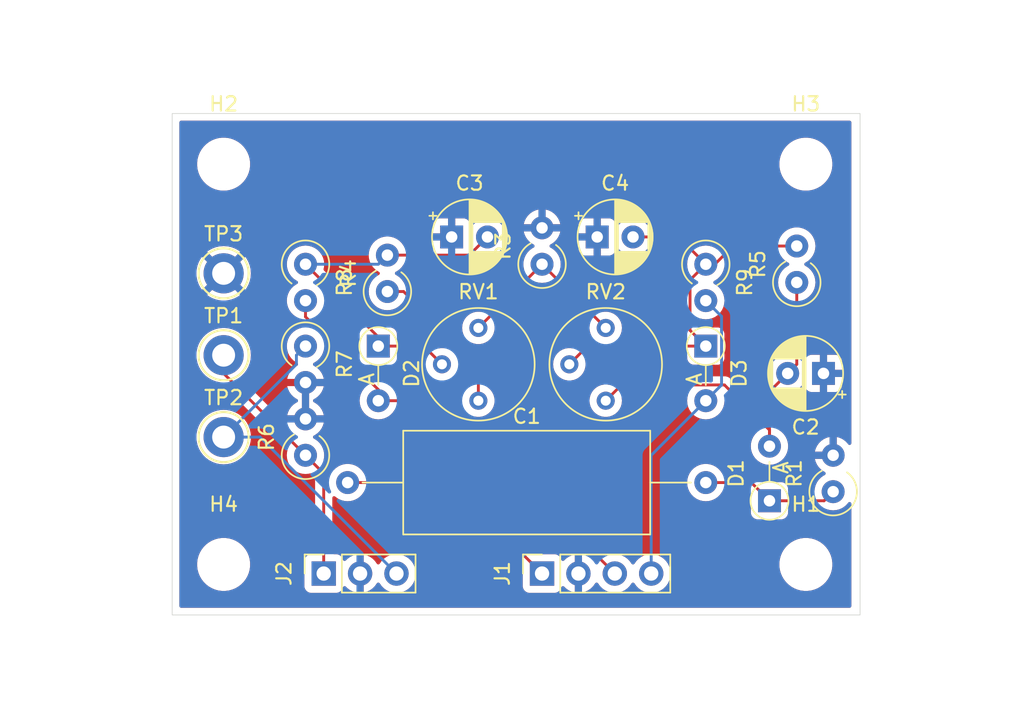
<source format=kicad_pcb>
(kicad_pcb (version 20240108) (generator "pcbnew") (generator_version "8.0")
  (layers (0 "F.Cu" signal) (31 "B.Cu" signal) (34 "B.Paste" user) (35 "F.Paste" user) (36 "B.SilkS" user "B.Silkscreen") (37 "F.SilkS" user "F.Silkscreen") (38 "B.Mask" user) (39 "F.Mask" user) (44 "Edge.Cuts" user))
  (net 0 "")
  (net 1 "Net-(J1-Pin_1)")
  (net 2 "Net-(D1-K)")
  (net 3 "Net-(D1-A)")
  (net 4 "Earth")
  (net 5 "Net-(D2-K)")
  (net 6 "Net-(D3-K)")
  (net 7 "Net-(J2-Pin_1)")
  (net 8 "Net-(J2-Pin_3)")
  (net 9 "Net-(R3-Pad1)")
  (net 10 "Net-(D2-A)")
  (net 11 "Net-(D3-A)")
  (footprint "Diode_THT:D_DO-35_SOD27_P3.81mm_Vertical_AnodeUp" (layer "F.Cu") (at 227.33 102.235 -90)
    (property "Reference" "D3" (at 1.905 -2.326371 90) (layer "F.SilkS"))
    (property "Value" "UF4007")
    (fp_text user "A" (at 2.31 0.8 90) (layer "F.SilkS"))
    (pad "1" thru_hole rect (at 0 0 270) (size 1.6 1.6) (drill 0.8) (layers "*.Cu" "*.Mask") (net 6 "Net-(D3-K)"))
    (pad "2" thru_hole oval (at 3.81 0 270) (size 1.6 1.6) (drill 0.8) (layers "*.Cu" "*.Mask") (net 11 "Net-(D3-A)"))
  )
  (footprint "Resistor_THT:R_Axial_DIN0309_L9.0mm_D3.2mm_P2.54mm_Vertical" (layer "F.Cu") (at 199.39 102.235 -90)
    (property "Reference" "R7" (at 1.27 -2.72 90) (layer "F.SilkS"))
    (property "Value" "1r 1%")
    (pad "1" thru_hole circle (at 0 0 270) (size 1.6 1.6) (drill 0.8) (layers "*.Cu" "*.Mask") (net 8 "Net-(J2-Pin_3)"))
    (pad "2" thru_hole oval (at 2.54 0 270) (size 1.6 1.6) (drill 0.8) (layers "*.Cu" "*.Mask") (net 4 "Earth"))
  )
  (footprint "Resistor_THT:R_Axial_DIN0309_L9.0mm_D3.2mm_P2.54mm_Vertical" (layer "F.Cu") (at 199.39 96.52 -90)
    (property "Reference" "R8" (at 1.27 -2.72 90) (layer "F.SilkS"))
    (property "Value" "100k")
    (pad "1" thru_hole circle (at 0 0 270) (size 1.6 1.6) (drill 0.8) (layers "*.Cu" "*.Mask") (net 5 "Net-(D2-K)"))
    (pad "2" thru_hole oval (at 2.54 0 270) (size 1.6 1.6) (drill 0.8) (layers "*.Cu" "*.Mask") (net 10 "Net-(D2-A)"))
  )
  (footprint "Resistor_THT:R_Axial_DIN0309_L9.0mm_D3.2mm_P2.54mm_Vertical" (layer "F.Cu") (at 205.105 98.425 90)
    (property "Reference" "R4" (at 1.27 -2.72 90) (layer "F.SilkS"))
    (property "Value" "100k")
    (pad "1" thru_hole circle (at 0 0 90) (size 1.6 1.6) (drill 0.8) (layers "*.Cu" "*.Mask") (net 3 "Net-(D1-A)"))
    (pad "2" thru_hole oval (at 2.54 0 90) (size 1.6 1.6) (drill 0.8) (layers "*.Cu" "*.Mask") (net 5 "Net-(D2-K)"))
  )
  (footprint "Diode_THT:D_DO-35_SOD27_P3.81mm_Vertical_AnodeUp" (layer "F.Cu") (at 231.775 113.03 90)
    (property "Reference" "D1" (at 1.905 -2.326371 90) (layer "F.SilkS"))
    (property "Value" "UF4007")
    (fp_text user "A" (at 2.31 0.8 90) (layer "F.SilkS"))
    (pad "1" thru_hole rect (at 0 0 90) (size 1.6 1.6) (drill 0.8) (layers "*.Cu" "*.Mask") (net 2 "Net-(D1-K)"))
    (pad "2" thru_hole oval (at 3.81 0 90) (size 1.6 1.6) (drill 0.8) (layers "*.Cu" "*.Mask") (net 3 "Net-(D1-A)"))
  )
  (footprint "Resistor_THT:R_Axial_DIN0309_L9.0mm_D3.2mm_P2.54mm_Vertical" (layer "F.Cu") (at 215.9 96.52 90)
    (property "Reference" "R3" (at 1.27 -2.72 90) (layer "F.SilkS"))
    (property "Value" "10k")
    (pad "1" thru_hole circle (at 0 0 90) (size 1.6 1.6) (drill 0.8) (layers "*.Cu" "*.Mask") (net 9 "Net-(R3-Pad1)"))
    (pad "2" thru_hole oval (at 2.54 0 90) (size 1.6 1.6) (drill 0.8) (layers "*.Cu" "*.Mask") (net 4 "Earth"))
  )
  (footprint "MountingHole:MountingHole_3.2mm_M3" (layer "F.Cu") (at 193.675 117.475)
    (property "Reference" "H4" (at 0 -4.2 0) (layer "F.SilkS"))
    (property "Value" "MountingHole")
    (pad "" np_thru_hole circle (at 0 0) (size 3.2 3.2) (drill 3.2) (layers "*.Cu" "*.Mask"))
  )
  (footprint "MountingHole:MountingHole_3.2mm_M3" (layer "F.Cu") (at 234.315 89.535)
    (property "Reference" "H3" (at 0 -4.2 0) (layer "F.SilkS"))
    (property "Value" "MountingHole")
    (pad "" np_thru_hole circle (at 0 0) (size 3.2 3.2) (drill 3.2) (layers "*.Cu" "*.Mask"))
  )
  (footprint "Connector_PinSocket_2.54mm:PinSocket_1x03_P2.54mm_Vertical" (layer "F.Cu") (at 200.66 118.11 90)
    (property "Reference" "J2" (at 0 -2.77 90) (layer "F.SilkS"))
    (property "Value" "Conn_01x03_Socket")
    (pad "1" thru_hole rect (at 0 0 90) (size 1.7 1.7) (drill 1) (layers "*.Cu" "*.Mask") (net 7 "Net-(J2-Pin_1)"))
    (pad "2" thru_hole oval (at 0 2.54 90) (size 1.7 1.7) (drill 1) (layers "*.Cu" "*.Mask") (net 4 "Earth"))
    (pad "3" thru_hole oval (at 0 5.08 90) (size 1.7 1.7) (drill 1) (layers "*.Cu" "*.Mask") (net 8 "Net-(J2-Pin_3)"))
  )
  (footprint "MountingHole:MountingHole_3.2mm_M3" (layer "F.Cu") (at 234.315 117.475)
    (property "Reference" "H1" (at 0 -4.2 0) (layer "F.SilkS"))
    (property "Value" "MountingHole")
    (pad "" np_thru_hole circle (at 0 0) (size 3.2 3.2) (drill 3.2) (layers "*.Cu" "*.Mask"))
  )
  (footprint "Capacitor_THT:CP_Radial_D5.0mm_P2.50mm" (layer "F.Cu") (at 209.59 94.615)
    (property "Reference" "C3" (at 1.25 -3.75 0) (layer "F.SilkS"))
    (property "Value" "10u")
    (pad "1" thru_hole rect (at 0 0) (size 1.6 1.6) (drill 0.8) (layers "*.Cu" "*.Mask") (net 4 "Earth"))
    (pad "2" thru_hole circle (at 2.5 0) (size 1.6 1.6) (drill 0.8) (layers "*.Cu" "*.Mask") (net 5 "Net-(D2-K)"))
  )
  (footprint "Resistor_THT:R_Axial_DIN0309_L9.0mm_D3.2mm_P2.54mm_Vertical" (layer "F.Cu") (at 236.22 112.395 90)
    (property "Reference" "R1" (at 1.27 -2.72 90) (layer "F.SilkS"))
    (property "Value" "47k")
    (pad "1" thru_hole circle (at 0 0 90) (size 1.6 1.6) (drill 0.8) (layers "*.Cu" "*.Mask") (net 2 "Net-(D1-K)"))
    (pad "2" thru_hole oval (at 2.54 0 90) (size 1.6 1.6) (drill 0.8) (layers "*.Cu" "*.Mask") (net 4 "Earth"))
  )
  (footprint "Diode_THT:D_DO-35_SOD27_P3.81mm_Vertical_AnodeUp" (layer "F.Cu") (at 204.47 102.235 -90)
    (property "Reference" "D2" (at 1.905 -2.326371 90) (layer "F.SilkS"))
    (property "Value" "UF4007")
    (fp_text user "A" (at 2.31 0.8 90) (layer "F.SilkS"))
    (pad "1" thru_hole rect (at 0 0 270) (size 1.6 1.6) (drill 0.8) (layers "*.Cu" "*.Mask") (net 5 "Net-(D2-K)"))
    (pad "2" thru_hole oval (at 3.81 0 270) (size 1.6 1.6) (drill 0.8) (layers "*.Cu" "*.Mask") (net 10 "Net-(D2-A)"))
  )
  (footprint "Resistor_THT:R_Axial_DIN0309_L9.0mm_D3.2mm_P2.54mm_Vertical" (layer "F.Cu") (at 227.33 96.52 -90)
    (property "Reference" "R9" (at 1.27 -2.72 90) (layer "F.SilkS"))
    (property "Value" "100k")
    (pad "1" thru_hole circle (at 0 0 270) (size 1.6 1.6) (drill 0.8) (layers "*.Cu" "*.Mask") (net 6 "Net-(D3-K)"))
    (pad "2" thru_hole oval (at 2.54 0 270) (size 1.6 1.6) (drill 0.8) (layers "*.Cu" "*.Mask") (net 11 "Net-(D3-A)"))
  )
  (footprint "Capacitor_THT:CP_Radial_D5.0mm_P2.50mm" (layer "F.Cu") (at 235.545 104.14 180)
    (property "Reference" "C2" (at 1.25 -3.75 0) (layer "F.SilkS"))
    (property "Value" "10u")
    (pad "1" thru_hole rect (at 0 0 180) (size 1.6 1.6) (drill 0.8) (layers "*.Cu" "*.Mask") (net 4 "Earth"))
    (pad "2" thru_hole circle (at 2.5 0 180) (size 1.6 1.6) (drill 0.8) (layers "*.Cu" "*.Mask") (net 3 "Net-(D1-A)"))
  )
  (footprint "Capacitor_THT:CP_Radial_D5.0mm_P2.50mm" (layer "F.Cu") (at 219.75 94.615)
    (property "Reference" "C4" (at 1.25 -3.75 0) (layer "F.SilkS"))
    (property "Value" "10u")
    (pad "1" thru_hole rect (at 0 0) (size 1.6 1.6) (drill 0.8) (layers "*.Cu" "*.Mask") (net 4 "Earth"))
    (pad "2" thru_hole circle (at 2.5 0) (size 1.6 1.6) (drill 0.8) (layers "*.Cu" "*.Mask") (net 6 "Net-(D3-K)"))
  )
  (footprint "Potentiometer_THT:Potentiometer_Bourns_3339P_Vertical" (layer "F.Cu") (at 211.455 106.045)
    (property "Reference" "RV1" (at 0 -7.6 0) (layer "F.SilkS"))
    (property "Value" "47k")
    (pad "1" thru_hole circle (at 0 0) (size 1.26 1.26) (drill 0.7) (layers "*.Cu" "*.Mask") (net 3 "Net-(D1-A)"))
    (pad "2" thru_hole circle (at -2.54 -2.54) (size 1.26 1.26) (drill 0.7) (layers "*.Cu" "*.Mask") (net 5 "Net-(D2-K)"))
    (pad "3" thru_hole circle (at 0 -5.08) (size 1.26 1.26) (drill 0.7) (layers "*.Cu" "*.Mask") (net 9 "Net-(R3-Pad1)"))
  )
  (footprint "Resistor_THT:R_Axial_DIN0309_L9.0mm_D3.2mm_P2.54mm_Vertical" (layer "F.Cu") (at 199.39 109.855 90)
    (property "Reference" "R6" (at 1.27 -2.72 90) (layer "F.SilkS"))
    (property "Value" "1r 1%")
    (pad "1" thru_hole circle (at 0 0 90) (size 1.6 1.6) (drill 0.8) (layers "*.Cu" "*.Mask") (net 7 "Net-(J2-Pin_1)"))
    (pad "2" thru_hole oval (at 2.54 0 90) (size 1.6 1.6) (drill 0.8) (layers "*.Cu" "*.Mask") (net 4 "Earth"))
  )
  (footprint "TestPoint:TestPoint_Keystone_5005-5009_Compact" (layer "F.Cu") (at 193.675 97.155)
    (property "Reference" "TP3" (at 0 -2.75 0) (layer "F.SilkS"))
    (property "Value" "TestPoint")
    (pad "1" thru_hole circle (at 0 0) (size 2.8 2.8) (drill 1.6) (layers "*.Cu" "*.Mask") (net 4 "Earth"))
  )
  (footprint "MountingHole:MountingHole_3.2mm_M3" (layer "F.Cu") (at 193.675 89.535)
    (property "Reference" "H2" (at 0 -4.2 0) (layer "F.SilkS"))
    (property "Value" "MountingHole")
    (pad "" np_thru_hole circle (at 0 0) (size 3.2 3.2) (drill 3.2) (layers "*.Cu" "*.Mask"))
  )
  (footprint "Connector_PinSocket_2.54mm:PinSocket_1x04_P2.54mm_Vertical" (layer "F.Cu") (at 215.9 118.11 90)
    (property "Reference" "J1" (at 0 -2.77 90) (layer "F.SilkS"))
    (property "Value" "Conn_01x04_Socket")
    (pad "1" thru_hole rect (at 0 0 90) (size 1.7 1.7) (drill 1) (layers "*.Cu" "*.Mask") (net 1 "Net-(J1-Pin_1)"))
    (pad "2" thru_hole oval (at 0 2.54 90) (size 1.7 1.7) (drill 1) (layers "*.Cu" "*.Mask") (net 4 "Earth"))
    (pad "3" thru_hole oval (at 0 5.08 90) (size 1.7 1.7) (drill 1) (layers "*.Cu" "*.Mask") (net 10 "Net-(D2-A)"))
    (pad "4" thru_hole oval (at 0 7.62 90) (size 1.7 1.7) (drill 1) (layers "*.Cu" "*.Mask") (net 11 "Net-(D3-A)"))
  )
  (footprint "TestPoint:TestPoint_Keystone_5005-5009_Compact" (layer "F.Cu") (at 193.675 102.87)
    (property "Reference" "TP1" (at 0 -2.75 0) (layer "F.SilkS"))
    (property "Value" "TestPoint")
    (pad "1" thru_hole circle (at 0 0) (size 2.8 2.8) (drill 1.6) (layers "*.Cu" "*.Mask") (net 7 "Net-(J2-Pin_1)"))
  )
  (footprint "TestPoint:TestPoint_Keystone_5005-5009_Compact" (layer "F.Cu") (at 193.675 108.585)
    (property "Reference" "TP2" (at 0 -2.75 0) (layer "F.SilkS"))
    (property "Value" "TestPoint")
    (pad "1" thru_hole circle (at 0 0) (size 2.8 2.8) (drill 1.6) (layers "*.Cu" "*.Mask") (net 8 "Net-(J2-Pin_3)"))
  )
  (footprint "Potentiometer_THT:Potentiometer_Bourns_3339P_Vertical" (layer "F.Cu") (at 220.345 106.045)
    (property "Reference" "RV2" (at 0 -7.6 0) (layer "F.SilkS"))
    (property "Value" "47k")
    (pad "1" thru_hole circle (at 0 0) (size 1.26 1.26) (drill 0.7) (layers "*.Cu" "*.Mask") (net 3 "Net-(D1-A)"))
    (pad "2" thru_hole circle (at -2.54 -2.54) (size 1.26 1.26) (drill 0.7) (layers "*.Cu" "*.Mask") (net 6 "Net-(D3-K)"))
    (pad "3" thru_hole circle (at 0 -5.08) (size 1.26 1.26) (drill 0.7) (layers "*.Cu" "*.Mask") (net 9 "Net-(R3-Pad1)"))
  )
  (footprint "Capacitor_THT:C_Axial_L17.0mm_D7.0mm_P25.00mm_Horizontal" (layer "F.Cu") (at 202.33 111.76)
    (property "Reference" "C1" (at 12.5 -4.62 0) (layer "F.SilkS"))
    (property "Value" "100n")
    (pad "1" thru_hole circle (at 0 0) (size 1.6 1.6) (drill 0.8) (layers "*.Cu" "*.Mask") (net 1 "Net-(J1-Pin_1)"))
    (pad "2" thru_hole oval (at 25 0) (size 1.6 1.6) (drill 0.8) (layers "*.Cu" "*.Mask") (net 2 "Net-(D1-K)"))
  )
  (footprint "Resistor_THT:R_Axial_DIN0309_L9.0mm_D3.2mm_P2.54mm_Vertical" (layer "F.Cu") (at 233.68 97.79 90)
    (property "Reference" "R5" (at 1.27 -2.72 90) (layer "F.SilkS"))
    (property "Value" "100k")
    (pad "1" thru_hole circle (at 0 0 90) (size 1.6 1.6) (drill 0.8) (layers "*.Cu" "*.Mask") (net 3 "Net-(D1-A)"))
    (pad "2" thru_hole oval (at 2.54 0 90) (size 1.6 1.6) (drill 0.8) (layers "*.Cu" "*.Mask") (net 6 "Net-(D3-K)"))
  )
  (gr_rect (start 190.085 86) (end 238.1 121) (stroke (width 0.05)) (fill none) (layer "Edge.Cuts"))
  (segment (start 209.55 111.76) (end 202.33 111.76) (width 0.2) (layer "F.Cu") (net 1))
  (segment (start 215.9 118.11) (end 209.55 111.76) (width 0.2) (layer "F.Cu") (net 1))
  (segment (start 230.505 111.76) (end 231.775 113.03) (width 0.2) (layer "F.Cu") (net 2))
  (segment (start 231.775 113.03) (end 235.585 113.03) (width 0.2) (layer "F.Cu") (net 2))
  (segment (start 227.33 111.76) (end 230.505 111.76) (width 0.2) (layer "F.Cu") (net 2))
  (segment (start 235.585 113.03) (end 236.22 112.395) (width 0.2) (layer "F.Cu") (net 2))
  (segment (start 221.445 104.945) (end 220.345 106.045) (width 0.2) (layer "F.Cu") (net 3))
  (segment (start 228.63137 104.945) (end 221.445 104.945) (width 0.2) (layer "F.Cu") (net 3))
  (segment (start 231.775 105.41) (end 233.045 104.14) (width 0.2) (layer "F.Cu") (net 3))
  (segment (start 233.68 103.505) (end 233.045 104.14) (width 0.2) (layer "F.Cu") (net 3))
  (segment (start 231.775 108.08863) (end 228.63137 104.945) (width 0.2) (layer "F.Cu") (net 3))
  (segment (start 233.68 97.79) (end 233.68 103.505) (width 0.2) (layer "F.Cu") (net 3))
  (segment (start 231.775 109.22) (end 231.775 108.08863) (width 0.2) (layer "F.Cu") (net 3))
  (segment (start 211.455 103.64363) (end 211.455 106.045) (width 0.2) (layer "F.Cu") (net 3))
  (segment (start 206.23637 98.425) (end 211.455 103.64363) (width 0.2) (layer "F.Cu") (net 3))
  (segment (start 231.775 109.22) (end 231.775 105.41) (width 0.2) (layer "F.Cu") (net 3))
  (segment (start 205.105 98.425) (end 206.23637 98.425) (width 0.2) (layer "F.Cu") (net 3))
  (segment (start 210.82 95.885) (end 212.09 94.615) (width 0.2) (layer "F.Cu") (net 5))
  (segment (start 204.47 102.235) (end 207.645 102.235) (width 0.2) (layer "F.Cu") (net 5))
  (segment (start 205.105 95.885) (end 210.82 95.885) (width 0.2) (layer "F.Cu") (net 5))
  (segment (start 204.47 102.235) (end 204.47 101.6) (width 0.2) (layer "F.Cu") (net 5))
  (segment (start 207.645 102.235) (end 208.915 103.505) (width 0.2) (layer "F.Cu") (net 5))
  (segment (start 204.47 101.6) (end 199.39 96.52) (width 0.2) (layer "F.Cu") (net 5))
  (segment (start 199.39 96.52) (end 204.47 96.52) (width 0.2) (layer "B.Cu") (net 5))
  (segment (start 204.47 96.52) (end 205.105 95.885) (width 0.2) (layer "B.Cu") (net 5))
  (segment (start 229.235 95.25) (end 233.68 95.25) (width 0.2) (layer "F.Cu") (net 6))
  (segment (start 226.23 101.135) (end 226.23 97.62) (width 0.2) (layer "F.Cu") (net 6))
  (segment (start 227.965 96.52) (end 229.235 95.25) (width 0.2) (layer "F.Cu") (net 6))
  (segment (start 222.25 94.615) (end 225.425 94.615) (width 0.2) (layer "F.Cu") (net 6))
  (segment (start 226.23 97.62) (end 227.33 96.52) (width 0.2) (layer "F.Cu") (net 6))
  (segment (start 227.33 102.235) (end 226.23 101.135) (width 0.2) (layer "F.Cu") (net 6))
  (segment (start 217.805 103.505) (end 219.075 102.235) (width 0.2) (layer "F.Cu") (net 6))
  (segment (start 219.075 102.235) (end 227.33 102.235) (width 0.2) (layer "F.Cu") (net 6))
  (segment (start 225.425 94.615) (end 227.33 96.52) (width 0.2) (layer "F.Cu") (net 6))
  (segment (start 227.33 96.52) (end 227.965 96.52) (width 0.2) (layer "F.Cu") (net 6))
  (segment (start 199.39 109.855) (end 193.675 104.14) (width 0.2) (layer "F.Cu") (net 7))
  (segment (start 200.66 111.125) (end 199.39 109.855) (width 0.2) (layer "F.Cu") (net 7))
  (segment (start 193.675 104.14) (end 193.675 102.87) (width 0.2) (layer "F.Cu") (net 7))
  (segment (start 200.66 118.11) (end 200.66 111.125) (width 0.2) (layer "F.Cu") (net 7))
  (segment (start 198.755 102.87) (end 198.755 103.505) (width 0.2) (layer "B.Cu") (net 8))
  (segment (start 196.215 108.585) (end 193.675 108.585) (width 0.2) (layer "B.Cu") (net 8))
  (segment (start 198.755 103.505) (end 193.675 108.585) (width 0.2) (layer "B.Cu") (net 8))
  (segment (start 205.74 118.11) (end 196.215 108.585) (width 0.2) (layer "B.Cu") (net 8))
  (segment (start 199.39 102.235) (end 198.755 102.87) (width 0.2) (layer "B.Cu") (net 8))
  (segment (start 211.455 100.965) (end 215.9 96.52) (width 0.2) (layer "F.Cu") (net 9))
  (segment (start 220.345 100.965) (end 215.9 96.52) (width 0.2) (layer "F.Cu") (net 9))
  (segment (start 220.98 118.11) (end 208.915 106.045) (width 0.2) (layer "F.Cu") (net 10))
  (segment (start 199.39 100.19137) (end 204.47 105.27137) (width 0.2) (layer "F.Cu") (net 10))
  (segment (start 199.39 99.06) (end 199.39 100.19137) (width 0.2) (layer "F.Cu") (net 10))
  (segment (start 204.47 105.27137) (end 204.47 106.045) (width 0.2) (layer "F.Cu") (net 10))
  (segment (start 208.915 106.045) (end 204.47 106.045) (width 0.2) (layer "F.Cu") (net 10))
  (segment (start 223.52 118.11) (end 223.52 109.855) (width 0.2) (layer "B.Cu") (net 11))
  (segment (start 223.52 109.855) (end 227.33 106.045) (width 0.2) (layer "B.Cu") (net 11))
  (segment (start 228.43 104.945) (end 227.33 106.045) (width 0.2) (layer "B.Cu") (net 11))
  (segment (start 228.43 100.16) (end 228.43 104.945) (width 0.2) (layer "B.Cu") (net 11))
  (segment (start 227.33 99.06) (end 228.43 100.16) (width 0.2) (layer "B.Cu") (net 11))
  (zone (net 4) (net_name "Earth") (layers "F&B.Cu") (connect_pads (clearance 0.5)) (min_thickness 0.25) (fill yes (thermal_gap 0.5) (thermal_bridge_width 0.5))
    (polygon (pts (xy 190.5 86.36) (xy 190.5 120.65) (xy 237.49 120.65) (xy 237.49 86.36)))
  )
)
</source>
